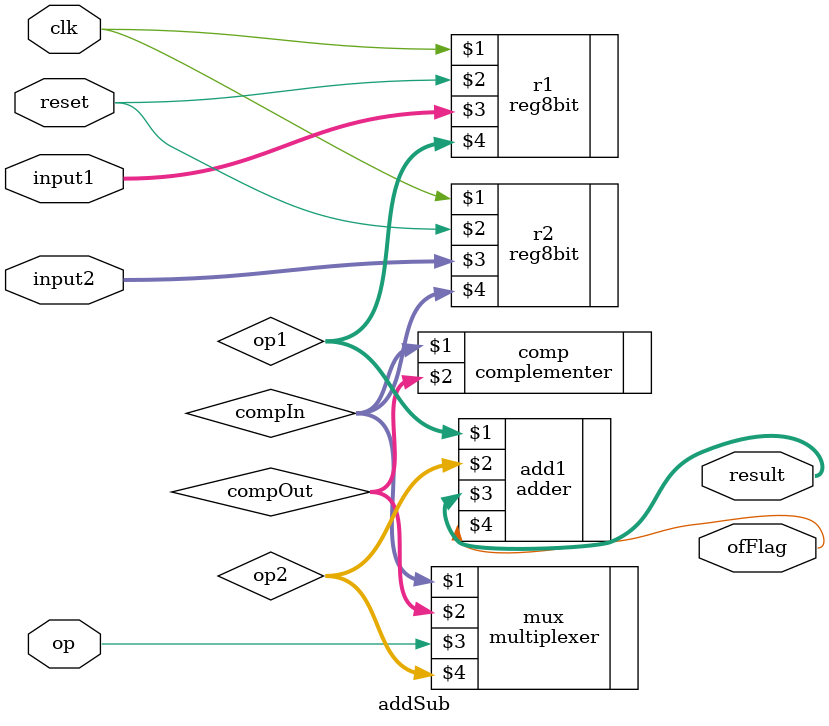
<source format=v>
`timescale 1ns / 1ps
module addSub(input1, input2, op, clk, reset, result, ofFlag);
	// Inputs	
	input [7:0] input1;
	input [7:0] input2;
	input op;
	input clk;
	input reset;
	output wire  [7:0] result;
   output wire ofFlag;
	
	wire [7:0] op1;
	wire [7:0] op2;
	wire [7:0] compIn;
	wire [7:0] compOut;
	
	reg8bit r1(clk, reset, input1, op1);
	reg8bit r2(clk, reset, input2, compIn);
	complementer comp(compIn,compOut);
	multiplexer mux(compIn, compOut, op, op2);
	adder add1(op1, op2, result, ofFlag);
	
	
endmodule

</source>
